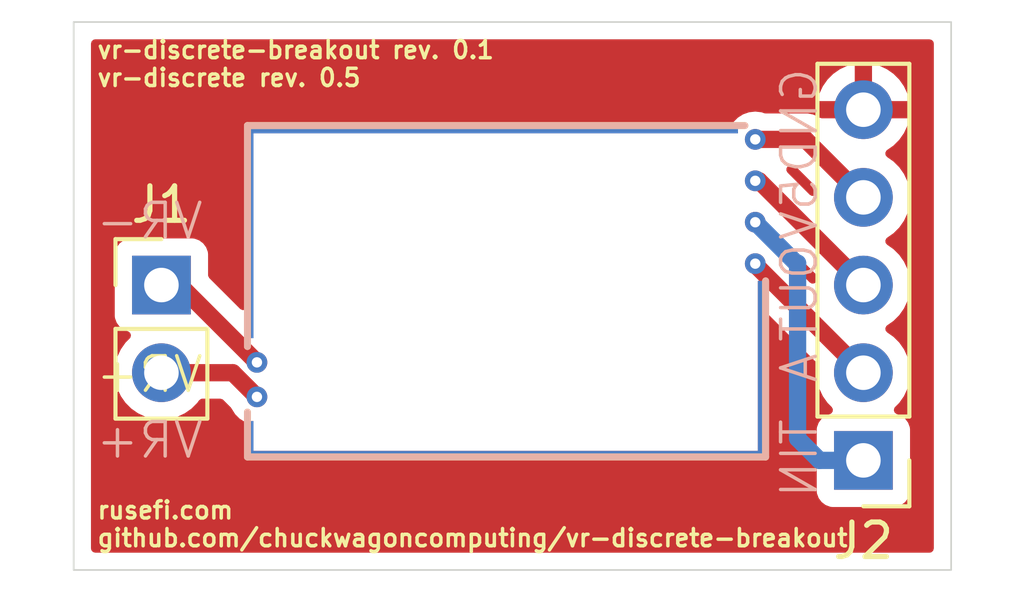
<source format=kicad_pcb>
(kicad_pcb (version 20240108) (generator "pcbnew") (generator_version "8.0")
  (layers (0 "F.Cu" signal) (31 "B.Cu" signal) (34 "B.Paste" user) (35 "F.Paste" user) (36 "B.SilkS" user "B.Silkscreen") (37 "F.SilkS" user "F.Silkscreen") (38 "B.Mask" user) (39 "F.Mask" user) (44 "Edge.Cuts" user))
  (net 0 "")
  (net 1 "Net-(J1-Pin_2)")
  (net 2 "Net-(J1-Pin_1)")
  (net 3 "Net-(J2-Pin_3)")
  (net 4 "Net-(J2-Pin_2)")
  (net 5 "Net-(J2-Pin_4)")
  (net 6 "Net-(J2-Pin_1)")
  (net 7 "Net-(J2-Pin_5)")
  (footprint "ConnectorPinHeader:PinHeader_1x02_P2.54mm_Vertical" (layer "F.Cu") (at 2.54 7.62)
    (property "Reference" "J1" (at 0 -2.33 0) (layer "F.SilkS"))
    (property "Value" "Conn_01x02")
    (fp_line (start -1.33 -1.33) (end 0 -1.33) (stroke (width 0.12)) (layer "F.SilkS"))
    (fp_line (start -1.33 0) (end -1.33 -1.33) (stroke (width 0.12)) (layer "F.SilkS"))
    (fp_line (start -1.33 1.27) (end -1.33 3.87) (stroke (width 0.12)) (layer "F.SilkS"))
    (fp_line (start -1.33 1.27) (end 1.33 1.27) (stroke (width 0.12)) (layer "F.SilkS"))
    (fp_line (start -1.33 3.87) (end 1.33 3.87) (stroke (width 0.12)) (layer "F.SilkS"))
    (fp_line (start 1.33 1.27) (end 1.33 3.87) (stroke (width 0.12)) (layer "F.SilkS"))
    (pad "1" thru_hole rect (at 0 0) (size 1.7 1.7) (drill 1) (layers "*.Cu" "*.Mask") (net 2 "Net-(J1-Pin_1)"))
    (pad "2" thru_hole oval (at 0 2.54) (size 1.7 1.7) (drill 1) (layers "*.Cu" "*.Mask") (net 1 "Net-(J1-Pin_2)"))
  )
  (footprint "vr-discrete:vr-discrete" (layer "F.Cu") (at 4.93 12.7)
    (property "Reference" "M750" (hide yes))
    (property "Value" "Module-vr-discrete-0.5" (hide yes))
    (fp_line (start 0.1 -9.7) (end 0.1 -3.3) (stroke (width 0.2)) (layer "B.SilkS"))
    (fp_line (start 0.1 -0.1) (end 0.1 -1.4) (stroke (width 0.2)) (layer "B.SilkS"))
    (fp_line (start 0.1 -0.1) (end 15.1 -0.1) (stroke (width 0.2)) (layer "B.SilkS"))
    (fp_line (start 14.5 -9.7) (end 0.1 -9.7) (stroke (width 0.2)) (layer "B.SilkS"))
    (fp_line (start 15.1 -0.1) (end 15.1 -5.2) (stroke (width 0.2)) (layer "B.SilkS"))
    (fp_line (start 0.1 -9.7) (end 0.1 -3.3) (stroke (width 0.2)) (layer "F.SilkS"))
    (fp_line (start 0.1 -0.1) (end 0.1 -1.4) (stroke (width 0.2)) (layer "F.SilkS"))
    (fp_line (start 0.1 -0.1) (end 15.1 -0.1) (stroke (width 0.2)) (layer "F.SilkS"))
    (fp_line (start 14.5 -9.7) (end 0.1 -9.7) (stroke (width 0.2)) (layer "F.SilkS"))
    (fp_line (start 15.1 -0.1) (end 15.1 -5.2) (stroke (width 0.2)) (layer "F.SilkS"))
    (pad "E1" thru_hole circle (at 14.8 -6.9 180) (size 0.6 0.6) (drill 0.3) (layers "*.Cu" "*.Mask") (net 5 "Net-(J2-Pin_4)"))
    (pad "E2" thru_hole circle (at 14.8 -5.7 180) (size 0.6 0.6) (drill 0.3) (layers "*.Cu" "*.Mask") (net 3 "Net-(J2-Pin_3)"))
    (pad "E3" thru_hole circle (at 14.8 -8.1 180) (size 0.6 0.6) (drill 0.3) (layers "*.Cu" "*.Mask") (net 4 "Net-(J2-Pin_2)"))
    (pad "E4" thru_hole circle (at 14.8 -9.3 180) (size 0.6 0.6) (drill 0.3) (layers "*.Cu" "*.Mask") (net 6 "Net-(J2-Pin_1)"))
    (pad "G" smd rect (at 0.15 -6.6325) (size 0.25 6.185) (layers "F.Cu") (net 7 "Net-(J2-Pin_5)"))
    (pad "G" smd rect (at 0.15 -6.6325) (size 0.25 6.185) (layers "B.Cu") (net 7 "Net-(J2-Pin_5)"))
    (pad "G" smd rect (at 0.15 -0.5825) (size 0.25 1.115) (layers "F.Cu") (net 7 "Net-(J2-Pin_5)"))
    (pad "G" smd rect (at 0.15 -0.5825) (size 0.25 1.115) (layers "B.Cu") (net 7 "Net-(J2-Pin_5)"))
    (pad "G" smd rect (at 7.1625 -9.6 90) (size 0.25 14.275) (layers "F.Cu") (net 7 "Net-(J2-Pin_5)"))
    (pad "G" smd rect (at 7.1625 -9.6 90) (size 0.25 14.275) (layers "B.Cu") (net 7 "Net-(J2-Pin_5)"))
    (pad "G" smd rect (at 7.575 -0.15 90) (size 0.25 15.1) (layers "F.Cu") (net 7 "Net-(J2-Pin_5)"))
    (pad "G" smd rect (at 7.575 -0.15 90) (size 0.25 15.1) (layers "B.Cu") (net 7 "Net-(J2-Pin_5)"))
    (pad "G" smd rect (at 15 -2.6125) (size 0.25 5.175) (layers "F.Cu") (net 7 "Net-(J2-Pin_5)"))
    (pad "G" smd rect (at 15 -2.6125) (size 0.25 5.175) (layers "B.Cu") (net 7 "Net-(J2-Pin_5)"))
    (pad "W1" thru_hole circle (at 0.375 -2.84 180) (size 0.6 0.6) (drill 0.3) (layers "*.Cu" "*.Mask") (net 2 "Net-(J1-Pin_1)"))
    (pad "W2" thru_hole circle (at 0.375 -1.84 180) (size 0.6 0.6) (drill 0.3) (layers "*.Cu" "*.Mask") (net 1 "Net-(J1-Pin_2)"))
    (zone (net 0) (net_name "") (layers "*.Cu") (connect_pads (clearance 0)) (min_thickness 0.254)
      (keepout (tracks allowed) (vias allowed) (pads allowed) (copperpour not_allowed) (footprints allowed))
      (fill (thermal_gap 0.508) (thermal_bridge_width 0.508))
      (polygon (pts (xy 19.93 12.5) (xy 5.03 12.5) (xy 5.03 3.1) (xy 19.93 3.1)))
    )
  )
  (footprint "ConnectorPinHeader:PinHeader_1x05_P2.54mm_Vertical" (layer "F.Cu") (at 22.86 12.7 180)
    (property "Reference" "J2" (at 0 -2.33 180) (layer "F.SilkS"))
    (property "Value" "Conn_01x05")
    (fp_line (start 1.33 1.27) (end 1.33 11.49) (stroke (width 0.12)) (layer "F.SilkS"))
    (fp_line (start -1.33 11.49) (end 1.33 11.49) (stroke (width 0.12)) (layer "F.SilkS"))
    (fp_line (start -1.33 1.27) (end 1.33 1.27) (stroke (width 0.12)) (layer "F.SilkS"))
    (fp_line (start -1.33 1.27) (end -1.33 11.49) (stroke (width 0.12)) (layer "F.SilkS"))
    (fp_line (start -1.33 0) (end -1.33 -1.33) (stroke (width 0.12)) (layer "F.SilkS"))
    (fp_line (start -1.33 -1.33) (end 0 -1.33) (stroke (width 0.12)) (layer "F.SilkS"))
    (pad "1" thru_hole rect (at 0 0 180) (size 1.7 1.7) (drill 1) (layers "*.Cu" "*.Mask") (net 6 "Net-(J2-Pin_1)"))
    (pad "2" thru_hole oval (at 0 2.54 180) (size 1.7 1.7) (drill 1) (layers "*.Cu" "*.Mask") (net 4 "Net-(J2-Pin_2)"))
    (pad "3" thru_hole oval (at 0 5.08 180) (size 1.7 1.7) (drill 1) (layers "*.Cu" "*.Mask") (net 3 "Net-(J2-Pin_3)"))
    (pad "4" thru_hole oval (at 0 7.62 180) (size 1.7 1.7) (drill 1) (layers "*.Cu" "*.Mask") (net 5 "Net-(J2-Pin_4)"))
    (pad "5" thru_hole oval (at 0 10.16 180) (size 1.7 1.7) (drill 1) (layers "*.Cu" "*.Mask") (net 7 "Net-(J2-Pin_5)"))
  )
  (gr_rect (start 0 0) (end 25.4 15.875) (stroke (width 0.05)) (fill none) (layer "Edge.Cuts"))
  (gr_text "5V\n" (at 21.59 4.445 90) (layer "B.SilkS") (effects (font (size 1 1) (thickness 0.1)) (justify left bottom mirror)))
  (gr_text "OUT" (at 21.59 6.35 90) (layer "B.SilkS") (effects (font (size 1 1) (thickness 0.1)) (justify left bottom mirror)))
  (gr_text "TIN" (at 21.59 11.43 90) (layer "B.SilkS") (effects (font (size 1 1) (thickness 0.1)) (justify left bottom mirror)))
  (gr_text "A" (at 21.59 9.525 90) (layer "B.SilkS") (effects (font (size 1 1) (thickness 0.1)) (justify left bottom mirror)))
  (gr_text "GND" (at 21.59 1.27 90) (layer "B.SilkS") (effects (font (size 1 1) (thickness 0.1)) (justify left bottom mirror)))
  (gr_text "VR-" (at 3.81 6.35 0) (layer "B.SilkS") (effects (font (size 1 1) (thickness 0.1)) (justify left bottom mirror)))
  (gr_text "VR+" (at 3.81 12.7 0) (layer "B.SilkS") (effects (font (size 1 1) (thickness 0.1)) (justify left bottom mirror)))
  (gr_text "vr-discrete-breakout rev. 0.1\nvr-discrete rev. 0.5" (at 0.635 1.905 0) (layer "F.SilkS") (effects (font (size 0.5 0.5) (thickness 0.1)) (justify left bottom)))
  (gr_text "VR+" (at 3.81 10.795 0) (layer "F.SilkS") (effects (font (size 1 1) (thickness 0.1)) (justify left bottom mirror)))
  (gr_text "rusefi.com\ngithub.com/chuckwagoncomputing/vr-discrete-breakout" (at 0.635 15.24 0) (layer "F.SilkS") (effects (font (size 0.5 0.5) (thickness 0.1)) (justify left bottom)))
  (segment (start 19.73 7.03) (end 22.86 10.16) (width 0.5) (layer "F.Cu") (net 0))
  (segment (start 19.73 7) (end 19.73 7.03) (width 0.5) (layer "F.Cu") (net 0))
  (segment (start 5.305 10.86) (end 4.605 10.16) (width 0.5) (layer "F.Cu") (net 1))
  (segment (start 4.605 10.16) (end 2.54 10.16) (width 0.5) (layer "F.Cu") (net 1))
  (segment (start 5.305 9.86) (end 3.065 7.62) (width 0.5) (layer "F.Cu") (net 2))
  (segment (start 3.065 7.62) (end 2.54 7.62) (width 0.5) (layer "F.Cu") (net 2))
  (segment (start 19.73 4.6) (end 19.84 4.6) (width 0.5) (layer "F.Cu") (net 3))
  (segment (start 19.84 4.6) (end 22.86 7.62) (width 0.5) (layer "F.Cu") (net 3))
  (segment (start 21.18 3.4) (end 22.86 5.08) (width 0.5) (layer "F.Cu") (net 5))
  (segment (start 19.73 3.4) (end 21.18 3.4) (width 0.5) (layer "F.Cu") (net 5))
  (segment (start 20.915 6.985) (end 20.955 6.985) (width 0.5) (layer "B.Cu") (net 6))
  (segment (start 21.59 12.7) (end 22.86 12.7) (width 0.5) (layer "B.Cu") (net 6))
  (segment (start 20.955 12.065) (end 21.59 12.7) (width 0.5) (layer "B.Cu") (net 6))
  (segment (start 20.955 6.985) (end 20.955 12.065) (width 0.5) (layer "B.Cu") (net 6))
  (segment (start 19.73 5.8) (end 20.915 6.985) (width 0.5) (layer "B.Cu") (net 6))
  (zone (net 7) (net_name "Net-(J2-Pin_5)") (layer "F.Cu") (name "GND") (connect_pads (clearance 0.5)) (min_thickness 0.25) (fill yes (thermal_gap 0.5) (thermal_bridge_width 0.5) (island_removal_mode 1) (island_area_min 10))
    (polygon (pts (xy -0.635 -0.635) (xy 26.035 -0.635) (xy 26.035 16.51) (xy -0.635 16.51)))
  )
)
</source>
